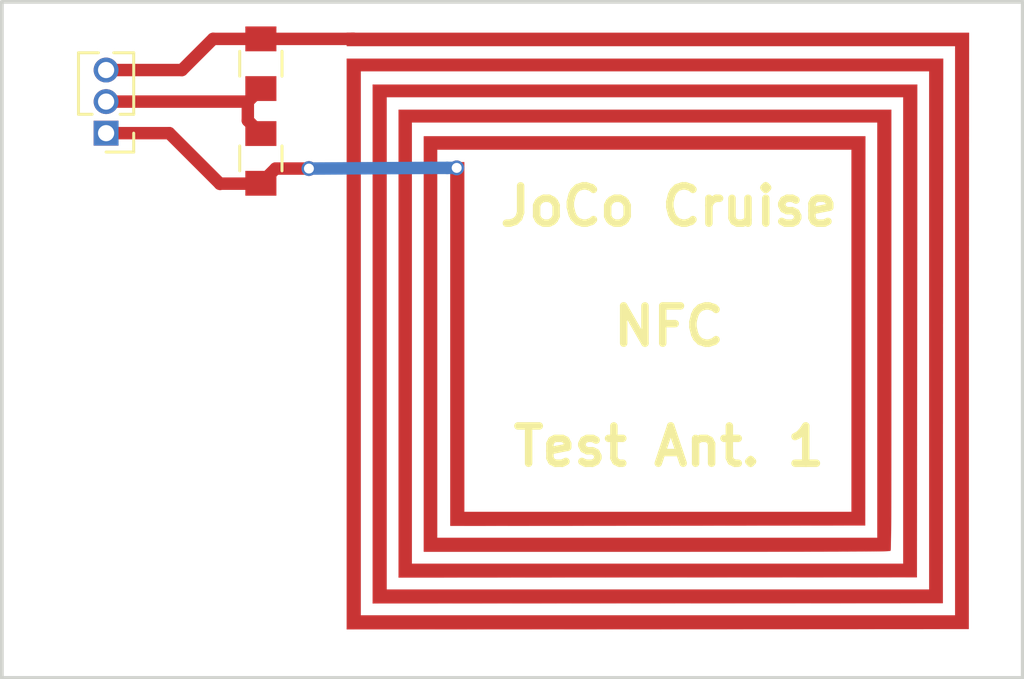
<source format=kicad_pcb>
(kicad_pcb (version 4) (host pcbnew 4.0.7-e1-6374~58~ubuntu14.04.1)

  (general
    (links 6)
    (no_connects 1)
    (area 121.844999 89.6254 163.041401 117.880201)
    (thickness 1.6)
    (drawings 5)
    (tracks 22)
    (zones 0)
    (modules 4)
    (nets 4)
  )

  (page A4)
  (layers
    (0 F.Cu signal)
    (31 B.Cu signal)
    (32 B.Adhes user)
    (33 F.Adhes user)
    (34 B.Paste user)
    (35 F.Paste user)
    (36 B.SilkS user)
    (37 F.SilkS user)
    (38 B.Mask user)
    (39 F.Mask user)
    (40 Dwgs.User user)
    (41 Cmts.User user)
    (42 Eco1.User user)
    (43 Eco2.User user)
    (44 Edge.Cuts user)
    (45 Margin user)
    (46 B.CrtYd user)
    (47 F.CrtYd user)
    (48 B.Fab user)
    (49 F.Fab user)
  )

  (setup
    (last_trace_width 0.5)
    (user_trace_width 0.5)
    (trace_clearance 0.2)
    (zone_clearance 0.508)
    (zone_45_only no)
    (trace_min 0.2)
    (segment_width 0.2)
    (edge_width 0.15)
    (via_size 0.6)
    (via_drill 0.4)
    (via_min_size 0.4)
    (via_min_drill 0.3)
    (uvia_size 0.3)
    (uvia_drill 0.1)
    (uvias_allowed no)
    (uvia_min_size 0.2)
    (uvia_min_drill 0.1)
    (pcb_text_width 0.3)
    (pcb_text_size 1.5 1.5)
    (mod_edge_width 0.15)
    (mod_text_size 1 1)
    (mod_text_width 0.15)
    (pad_size 1.524 1.524)
    (pad_drill 0.762)
    (pad_to_mask_clearance 0.2)
    (aux_axis_origin 0 0)
    (visible_elements FFFFFF7F)
    (pcbplotparams
      (layerselection 0x00030_80000001)
      (usegerberextensions false)
      (excludeedgelayer true)
      (linewidth 0.100000)
      (plotframeref false)
      (viasonmask false)
      (mode 1)
      (useauxorigin false)
      (hpglpennumber 1)
      (hpglpenspeed 20)
      (hpglpendiameter 15)
      (hpglpenoverlay 2)
      (psnegative false)
      (psa4output false)
      (plotreference true)
      (plotvalue true)
      (plotinvisibletext false)
      (padsonsilk false)
      (subtractmaskfromsilk false)
      (outputformat 1)
      (mirror false)
      (drillshape 1)
      (scaleselection 1)
      (outputdirectory ""))
  )

  (net 0 "")
  (net 1 GND)
  (net 2 "Net-(C1-Pad2)")
  (net 3 "Net-(C2-Pad1)")

  (net_class Default "This is the default net class."
    (clearance 0.2)
    (trace_width 0.25)
    (via_dia 0.6)
    (via_drill 0.4)
    (uvia_dia 0.3)
    (uvia_drill 0.1)
    (add_net GND)
    (add_net "Net-(C1-Pad2)")
    (add_net "Net-(C2-Pad1)")
  )

  (module Capacitors_SMD:C_0805 (layer F.Cu) (tedit 599B7A45) (tstamp 599B64B3)
    (at 132.334 93.091 90)
    (descr "Capacitor SMD 0805, reflow soldering, AVX (see smccp.pdf)")
    (tags "capacitor 0805")
    (path /599B2CAB)
    (attr smd)
    (fp_text reference C1 (at 0 -1.5 90) (layer F.SilkS) hide
      (effects (font (size 1 1) (thickness 0.15)))
    )
    (fp_text value C (at 0 1.75 90) (layer F.Fab) hide
      (effects (font (size 1 1) (thickness 0.15)))
    )
    (fp_text user %R (at 1.2446 1.7526 90) (layer F.Fab) hide
      (effects (font (size 1 1) (thickness 0.15)))
    )
    (fp_line (start -1 0.62) (end -1 -0.62) (layer F.Fab) (width 0.1))
    (fp_line (start 1 0.62) (end -1 0.62) (layer F.Fab) (width 0.1))
    (fp_line (start 1 -0.62) (end 1 0.62) (layer F.Fab) (width 0.1))
    (fp_line (start -1 -0.62) (end 1 -0.62) (layer F.Fab) (width 0.1))
    (fp_line (start 0.5 -0.85) (end -0.5 -0.85) (layer F.SilkS) (width 0.12))
    (fp_line (start -0.5 0.85) (end 0.5 0.85) (layer F.SilkS) (width 0.12))
    (fp_line (start -1.75 -0.88) (end 1.75 -0.88) (layer F.CrtYd) (width 0.05))
    (fp_line (start -1.75 -0.88) (end -1.75 0.87) (layer F.CrtYd) (width 0.05))
    (fp_line (start 1.75 0.87) (end 1.75 -0.88) (layer F.CrtYd) (width 0.05))
    (fp_line (start 1.75 0.87) (end -1.75 0.87) (layer F.CrtYd) (width 0.05))
    (pad 1 smd rect (at -1 0 90) (size 1 1.25) (layers F.Cu F.Paste F.Mask)
      (net 1 GND))
    (pad 2 smd rect (at 1 0 90) (size 1 1.25) (layers F.Cu F.Paste F.Mask)
      (net 2 "Net-(C1-Pad2)"))
    (model Capacitors_SMD.3dshapes/C_0805.wrl
      (at (xyz 0 0 0))
      (scale (xyz 1 1 1))
      (rotate (xyz 0 0 0))
    )
  )

  (module Capacitors_SMD:C_0805 (layer F.Cu) (tedit 599B7A54) (tstamp 599B64C4)
    (at 132.334 96.901 90)
    (descr "Capacitor SMD 0805, reflow soldering, AVX (see smccp.pdf)")
    (tags "capacitor 0805")
    (path /599B2CD4)
    (attr smd)
    (fp_text reference C2 (at 0 -1.5 90) (layer F.SilkS) hide
      (effects (font (size 1 1) (thickness 0.15)))
    )
    (fp_text value C (at 0 1.75 90) (layer F.Fab) hide
      (effects (font (size 1 1) (thickness 0.15)))
    )
    (fp_text user %R (at 0 -1.5 90) (layer F.Fab) hide
      (effects (font (size 1 1) (thickness 0.15)))
    )
    (fp_line (start -1 0.62) (end -1 -0.62) (layer F.Fab) (width 0.1))
    (fp_line (start 1 0.62) (end -1 0.62) (layer F.Fab) (width 0.1))
    (fp_line (start 1 -0.62) (end 1 0.62) (layer F.Fab) (width 0.1))
    (fp_line (start -1 -0.62) (end 1 -0.62) (layer F.Fab) (width 0.1))
    (fp_line (start 0.5 -0.85) (end -0.5 -0.85) (layer F.SilkS) (width 0.12))
    (fp_line (start -0.5 0.85) (end 0.5 0.85) (layer F.SilkS) (width 0.12))
    (fp_line (start -1.75 -0.88) (end 1.75 -0.88) (layer F.CrtYd) (width 0.05))
    (fp_line (start -1.75 -0.88) (end -1.75 0.87) (layer F.CrtYd) (width 0.05))
    (fp_line (start 1.75 0.87) (end 1.75 -0.88) (layer F.CrtYd) (width 0.05))
    (fp_line (start 1.75 0.87) (end -1.75 0.87) (layer F.CrtYd) (width 0.05))
    (pad 1 smd rect (at -1 0 90) (size 1 1.25) (layers F.Cu F.Paste F.Mask)
      (net 3 "Net-(C2-Pad1)"))
    (pad 2 smd rect (at 1 0 90) (size 1 1.25) (layers F.Cu F.Paste F.Mask)
      (net 1 GND))
    (model Capacitors_SMD.3dshapes/C_0805.wrl
      (at (xyz 0 0 0))
      (scale (xyz 1 1 1))
      (rotate (xyz 0 0 0))
    )
  )

  (module Pin_Headers:Pin_Header_Straight_1x03_Pitch1.27mm (layer F.Cu) (tedit 599B7A09) (tstamp 599B64DD)
    (at 126.111 95.885 180)
    (descr "Through hole straight pin header, 1x03, 1.27mm pitch, single row")
    (tags "Through hole pin header THT 1x03 1.27mm single row")
    (path /599B2DB3)
    (fp_text reference J1 (at 0 -1.695 180) (layer F.SilkS) hide
      (effects (font (size 1 1) (thickness 0.15)))
    )
    (fp_text value ANT (at -0.254 -4.2672 180) (layer F.Fab) hide
      (effects (font (size 1 1) (thickness 0.15)))
    )
    (fp_line (start -0.525 -0.635) (end 1.05 -0.635) (layer F.Fab) (width 0.1))
    (fp_line (start 1.05 -0.635) (end 1.05 3.175) (layer F.Fab) (width 0.1))
    (fp_line (start 1.05 3.175) (end -1.05 3.175) (layer F.Fab) (width 0.1))
    (fp_line (start -1.05 3.175) (end -1.05 -0.11) (layer F.Fab) (width 0.1))
    (fp_line (start -1.05 -0.11) (end -0.525 -0.635) (layer F.Fab) (width 0.1))
    (fp_line (start -1.11 3.235) (end -0.30753 3.235) (layer F.SilkS) (width 0.12))
    (fp_line (start 0.30753 3.235) (end 1.11 3.235) (layer F.SilkS) (width 0.12))
    (fp_line (start -1.11 0.76) (end -1.11 3.235) (layer F.SilkS) (width 0.12))
    (fp_line (start 1.11 0.76) (end 1.11 3.235) (layer F.SilkS) (width 0.12))
    (fp_line (start -1.11 0.76) (end -0.563471 0.76) (layer F.SilkS) (width 0.12))
    (fp_line (start 0.563471 0.76) (end 1.11 0.76) (layer F.SilkS) (width 0.12))
    (fp_line (start -1.11 0) (end -1.11 -0.76) (layer F.SilkS) (width 0.12))
    (fp_line (start -1.11 -0.76) (end 0 -0.76) (layer F.SilkS) (width 0.12))
    (fp_line (start -1.55 -1.15) (end -1.55 3.7) (layer F.CrtYd) (width 0.05))
    (fp_line (start -1.55 3.7) (end 1.55 3.7) (layer F.CrtYd) (width 0.05))
    (fp_line (start 1.55 3.7) (end 1.55 -1.15) (layer F.CrtYd) (width 0.05))
    (fp_line (start 1.55 -1.15) (end -1.55 -1.15) (layer F.CrtYd) (width 0.05))
    (fp_text user %R (at 0 1.27 270) (layer F.Fab) hide
      (effects (font (size 1 1) (thickness 0.15)))
    )
    (pad 1 thru_hole rect (at 0 0 180) (size 1 1) (drill 0.65) (layers *.Cu *.Mask)
      (net 3 "Net-(C2-Pad1)"))
    (pad 2 thru_hole oval (at 0 1.27 180) (size 1 1) (drill 0.65) (layers *.Cu *.Mask)
      (net 1 GND))
    (pad 3 thru_hole oval (at 0 2.54 180) (size 1 1) (drill 0.65) (layers *.Cu *.Mask)
      (net 2 "Net-(C1-Pad2)"))
    (model ${KISYS3DMOD}/Pin_Headers.3dshapes/Pin_Header_Straight_1x03_Pitch1.27mm.wrl
      (at (xyz 0 0 0))
      (scale (xyz 1 1 1))
      (rotate (xyz 0 0 0))
    )
  )

  (module NFC-antenna-test:nfc-test2 placed (layer F.Cu) (tedit 599B5D87) (tstamp 599B64E4)
    (at 148.2852 103.8352)
    (path /599B2C47)
    (fp_text reference L1 (at 0 0) (layer F.SilkS) hide
      (effects (font (thickness 0.3)))
    )
    (fp_text value L (at 0.75 0) (layer F.SilkS) hide
      (effects (font (thickness 0.3)))
    )
    (fp_poly (pts (xy 12.515876 0.006349) (xy 12.5095 12.0015) (xy 0.00635 12.007875) (xy -12.4968 12.014251)
      (xy -12.4968 -10.9474) (xy -0.507971 -10.947401) (xy 11.480858 -10.947401) (xy 11.474479 0.00635)
      (xy 11.4681 10.9601) (xy 0.00635 10.966477) (xy -11.4554 10.972855) (xy -11.4554 -9.906)
      (xy 10.439464 -9.906) (xy 10.4267 9.9187) (xy 0.00635 9.92508) (xy -10.414 9.931461)
      (xy -10.414 -8.89) (xy 9.398 -8.89) (xy 9.398 -0.036286) (xy 9.397979 0.770838)
      (xy 9.397913 1.528665) (xy 9.397795 2.238699) (xy 9.397619 2.902444) (xy 9.397379 3.521402)
      (xy 9.39707 4.097078) (xy 9.396684 4.630974) (xy 9.396216 5.124593) (xy 9.395659 5.579441)
      (xy 9.395008 5.997019) (xy 9.394256 6.378832) (xy 9.393397 6.726382) (xy 9.392425 7.041173)
      (xy 9.391334 7.324709) (xy 9.390117 7.578493) (xy 9.38877 7.804029) (xy 9.387284 8.002819)
      (xy 9.385655 8.176367) (xy 9.383876 8.326177) (xy 9.381941 8.453753) (xy 9.379844 8.560596)
      (xy 9.377579 8.648212) (xy 9.37514 8.718103) (xy 9.372519 8.771773) (xy 9.369713 8.810726)
      (xy 9.366713 8.836463) (xy 9.363515 8.850491) (xy 9.361714 8.853714) (xy 9.353458 8.856933)
      (xy 9.334348 8.859961) (xy 9.302923 8.862803) (xy 9.257721 8.865465) (xy 9.197279 8.867953)
      (xy 9.120136 8.870272) (xy 9.024831 8.872427) (xy 8.9099 8.874425) (xy 8.773882 8.876271)
      (xy 8.615315 8.877971) (xy 8.432738 8.879531) (xy 8.224687 8.880955) (xy 7.989702 8.88225)
      (xy 7.726321 8.883422) (xy 7.43308 8.884475) (xy 7.108519 8.885416) (xy 6.751176 8.88625)
      (xy 6.359588 8.886983) (xy 5.932294 8.887621) (xy 5.467831 8.888169) (xy 4.964739 8.888633)
      (xy 4.421554 8.889018) (xy 3.836815 8.889331) (xy 3.20906 8.889576) (xy 2.536826 8.88976)
      (xy 1.818653 8.889887) (xy 1.053078 8.889965) (xy 0.23864 8.889998) (xy -0.036286 8.89)
      (xy -9.398 8.89) (xy -9.398 -7.8232) (xy 8.356681 -7.8232) (xy 8.35029 0.00635)
      (xy 8.3439 7.8359) (xy -8.3312 7.848676) (xy -8.3312 -6.7818) (xy -7.7724 -6.7818)
      (xy -7.7724 7.2898) (xy 7.7978 7.2898) (xy 7.7978 -7.2898) (xy -8.8646 -7.2898)
      (xy -8.8646 8.3312) (xy 8.8392 8.3312) (xy 8.8392 -8.382) (xy -9.8806 -8.382)
      (xy -9.8806 9.3726) (xy 9.8806 9.3726) (xy 9.8806 -9.398) (xy -10.8966 -9.398)
      (xy -10.8966 10.414) (xy 10.922 10.414) (xy 10.922 -10.4394) (xy -11.938 -10.4394)
      (xy -11.938 11.4554) (xy 11.9634 11.4554) (xy 11.9634 -11.4554) (xy -12.4968 -11.4554)
      (xy -12.4968 -11.9888) (xy 0.012726 -11.988801) (xy 12.522253 -11.988801) (xy 12.515876 0.006349)) (layer F.Cu) (width 0.01))
    (pad 1 smd circle (at -12.25 -11.75) (size 0.5 0.5) (layers F.Cu F.Paste F.Mask)
      (net 2 "Net-(C1-Pad2)"))
    (pad 2 smd circle (at -8.05 -6.5) (size 0.5 0.5) (layers F.Cu F.Paste F.Mask)
      (net 3 "Net-(C2-Pad1)"))
  )

  (gr_text "JoCo Cruise\n\nNFC\n\nTest Ant. 1" (at 148.7424 103.6574) (layer F.SilkS)
    (effects (font (size 1.5 1.5) (thickness 0.3)))
  )
  (gr_line (start 121.92 117.8052) (end 162.9664 117.8052) (angle 90) (layer Edge.Cuts) (width 0.15))
  (gr_line (start 121.92 90.6018) (end 121.92 117.8052) (angle 90) (layer Edge.Cuts) (width 0.15))
  (gr_line (start 162.9664 90.6018) (end 121.92 90.6018) (angle 90) (layer Edge.Cuts) (width 0.15))
  (gr_line (start 162.9664 90.6018) (end 162.9664 117.8052) (angle 90) (layer Edge.Cuts) (width 0.15))

  (segment (start 131.81 94.615) (end 131.81 95.377) (width 0.5) (layer F.Cu) (net 1))
  (segment (start 131.81 95.377) (end 132.334 95.901) (width 0.5) (layer F.Cu) (net 1) (tstamp 599B7E31) (status 800000))
  (segment (start 126.111 94.615) (end 131.81 94.615) (width 0.5) (layer F.Cu) (net 1) (status 400000))
  (segment (start 131.81 94.615) (end 132.334 94.091) (width 0.5) (layer F.Cu) (net 1) (tstamp 599B7E2C) (status 800000))
  (segment (start 126.111 93.345) (end 129.159 93.345) (width 0.5) (layer F.Cu) (net 2))
  (segment (start 130.413 92.091) (end 136.0294 92.091) (width 0.5) (layer F.Cu) (net 2) (tstamp 599B7D34))
  (segment (start 129.159 93.345) (end 130.413 92.091) (width 0.5) (layer F.Cu) (net 2) (tstamp 599B7D33))
  (segment (start 136.0294 92.091) (end 136.0352 92.0852) (width 0.5) (layer F.Cu) (net 2) (tstamp 599B7D35))
  (segment (start 130.68303 97.91697) (end 132.31803 97.91697) (width 0.5) (layer F.Cu) (net 3))
  (segment (start 132.31803 97.91697) (end 132.925464 97.309536) (width 0.5) (layer F.Cu) (net 3) (tstamp 599B7DA1))
  (segment (start 132.925464 97.309536) (end 134.266596 97.309536) (width 0.5) (layer F.Cu) (net 3) (tstamp 599B7DA2))
  (segment (start 126.111 95.885) (end 128.651 95.885) (width 0.5) (layer F.Cu) (net 3))
  (segment (start 140.208 97.282) (end 140.2352 97.3092) (width 0.5) (layer F.Cu) (net 3) (tstamp 599B7D6F))
  (via (at 140.208 97.282) (size 0.6) (drill 0.4) (layers F.Cu B.Cu) (net 3))
  (segment (start 139.827 97.282) (end 140.208 97.282) (width 0.5) (layer B.Cu) (net 3) (tstamp 599B7D67))
  (segment (start 139.192 97.282) (end 139.827 97.282) (width 0.5) (layer B.Cu) (net 3) (tstamp 599B7D5E))
  (segment (start 134.266596 97.309536) (end 139.192 97.282) (width 0.5) (layer B.Cu) (net 3) (tstamp 599B7D5D))
  (via (at 134.266596 97.309536) (size 0.6) (drill 0.4) (layers F.Cu B.Cu) (net 3))
  (segment (start 134.250596 97.293536) (end 134.266596 97.309536) (width 0.5) (layer F.Cu) (net 3) (tstamp 599B7D57))
  (segment (start 128.651 95.885) (end 130.68303 97.91697) (width 0.5) (layer F.Cu) (net 3) (tstamp 599B7D51))
  (segment (start 130.68303 97.91697) (end 130.694596 97.928536) (width 0.5) (layer F.Cu) (net 3) (tstamp 599B7D9F))
  (segment (start 140.2352 97.3092) (end 140.2352 97.3352) (width 0.5) (layer F.Cu) (net 3) (tstamp 599B7D70))

)

</source>
